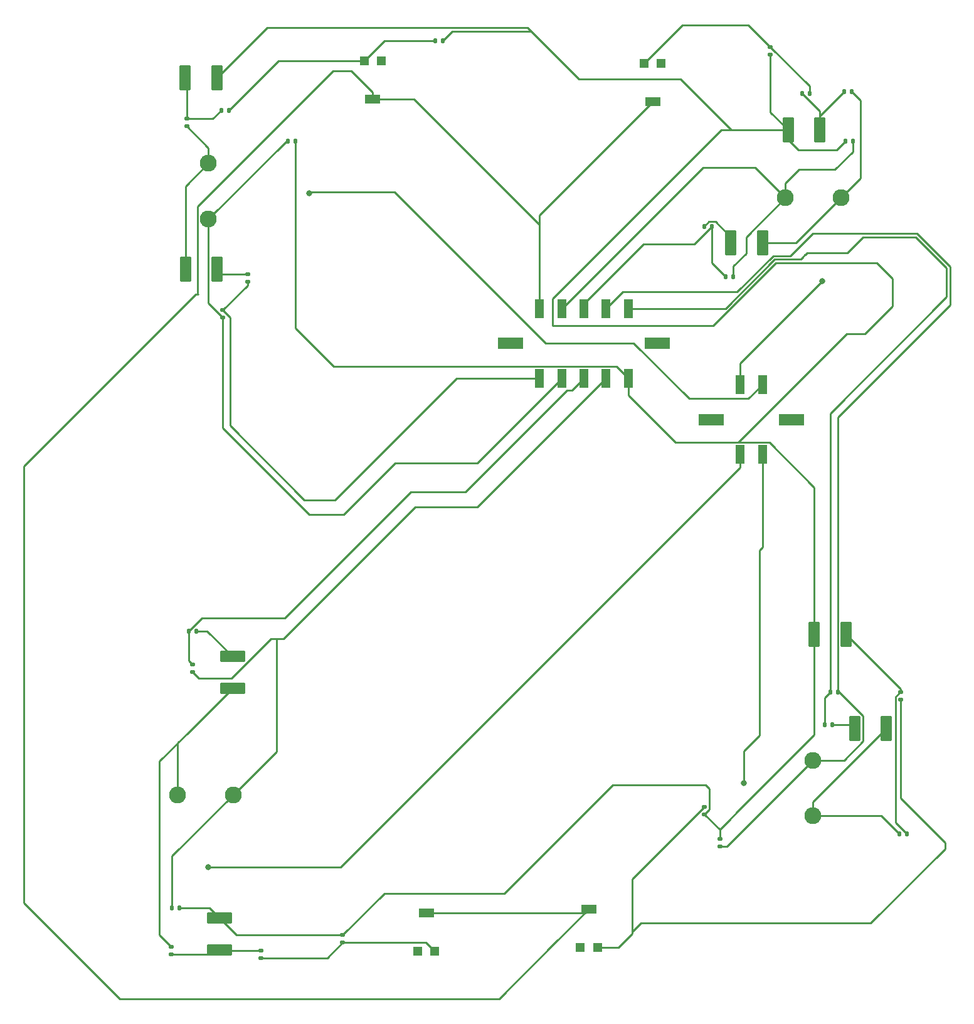
<source format=gbr>
%TF.GenerationSoftware,KiCad,Pcbnew,(6.0.10-0)*%
%TF.CreationDate,2023-04-17T19:00:21-04:00*%
%TF.ProjectId,my_anode,6d795f61-6e6f-4646-952e-6b696361645f,rev?*%
%TF.SameCoordinates,Original*%
%TF.FileFunction,Copper,L1,Top*%
%TF.FilePolarity,Positive*%
%FSLAX46Y46*%
G04 Gerber Fmt 4.6, Leading zero omitted, Abs format (unit mm)*
G04 Created by KiCad (PCBNEW (6.0.10-0)) date 2023-04-17 19:00:21*
%MOMM*%
%LPD*%
G01*
G04 APERTURE LIST*
G04 Aperture macros list*
%AMRoundRect*
0 Rectangle with rounded corners*
0 $1 Rounding radius*
0 $2 $3 $4 $5 $6 $7 $8 $9 X,Y pos of 4 corners*
0 Add a 4 corners polygon primitive as box body*
4,1,4,$2,$3,$4,$5,$6,$7,$8,$9,$2,$3,0*
0 Add four circle primitives for the rounded corners*
1,1,$1+$1,$2,$3*
1,1,$1+$1,$4,$5*
1,1,$1+$1,$6,$7*
1,1,$1+$1,$8,$9*
0 Add four rect primitives between the rounded corners*
20,1,$1+$1,$2,$3,$4,$5,0*
20,1,$1+$1,$4,$5,$6,$7,0*
20,1,$1+$1,$6,$7,$8,$9,0*
20,1,$1+$1,$8,$9,$2,$3,0*%
G04 Aperture macros list end*
%TA.AperFunction,SMDPad,CuDef*%
%ADD10RoundRect,0.135000X0.185000X-0.135000X0.185000X0.135000X-0.185000X0.135000X-0.185000X-0.135000X0*%
%TD*%
%TA.AperFunction,SMDPad,CuDef*%
%ADD11RoundRect,0.135000X-0.185000X0.135000X-0.185000X-0.135000X0.185000X-0.135000X0.185000X0.135000X0*%
%TD*%
%TA.AperFunction,SMDPad,CuDef*%
%ADD12RoundRect,0.250000X0.537500X1.450000X-0.537500X1.450000X-0.537500X-1.450000X0.537500X-1.450000X0*%
%TD*%
%TA.AperFunction,SMDPad,CuDef*%
%ADD13R,1.300000X1.300000*%
%TD*%
%TA.AperFunction,SMDPad,CuDef*%
%ADD14R,2.000000X1.300000*%
%TD*%
%TA.AperFunction,SMDPad,CuDef*%
%ADD15RoundRect,0.135000X-0.135000X-0.185000X0.135000X-0.185000X0.135000X0.185000X-0.135000X0.185000X0*%
%TD*%
%TA.AperFunction,SMDPad,CuDef*%
%ADD16RoundRect,0.135000X0.135000X0.185000X-0.135000X0.185000X-0.135000X-0.185000X0.135000X-0.185000X0*%
%TD*%
%TA.AperFunction,ComponentPad*%
%ADD17C,2.286000*%
%TD*%
%TA.AperFunction,SMDPad,CuDef*%
%ADD18RoundRect,0.250000X1.450000X-0.537500X1.450000X0.537500X-1.450000X0.537500X-1.450000X-0.537500X0*%
%TD*%
%TA.AperFunction,SMDPad,CuDef*%
%ADD19RoundRect,0.250000X-0.537500X-1.450000X0.537500X-1.450000X0.537500X1.450000X-0.537500X1.450000X0*%
%TD*%
%TA.AperFunction,SMDPad,CuDef*%
%ADD20RoundRect,0.250000X-1.450000X0.537500X-1.450000X-0.537500X1.450000X-0.537500X1.450000X0.537500X0*%
%TD*%
%TA.AperFunction,SMDPad,CuDef*%
%ADD21R,1.270000X2.540000*%
%TD*%
%TA.AperFunction,SMDPad,CuDef*%
%ADD22R,3.430001X1.650000*%
%TD*%
%TA.AperFunction,ViaPad*%
%ADD23C,0.800000*%
%TD*%
%TA.AperFunction,Conductor*%
%ADD24C,0.250000*%
%TD*%
G04 APERTURE END LIST*
D10*
%TO.P,R20,1*%
%TO.N,Net-(R20-Pad1)*%
X254660400Y-225249200D03*
%TO.P,R20,2*%
%TO.N,Net-(C8-Pad1)*%
X254660400Y-224229200D03*
%TD*%
D11*
%TO.P,R23,1*%
%TO.N,Net-(R5-Pad1)*%
X237083600Y-137183400D03*
%TO.P,R23,2*%
%TO.N,/1G1*%
X237083600Y-138203400D03*
%TD*%
%TO.P,R21,1*%
%TO.N,Net-(R20-Pad1)*%
X228193600Y-239723200D03*
%TO.P,R21,2*%
%TO.N,/1G1*%
X228193600Y-240743200D03*
%TD*%
D12*
%TO.P,C2,1*%
%TO.N,Net-(C2-Pad1)*%
X243763800Y-148427850D03*
%TO.P,C2,2*%
%TO.N,/1G1*%
X239488800Y-148427850D03*
%TD*%
D13*
%TO.P,R26,1*%
%TO.N,Net-(R10-Pad1)*%
X182263400Y-139081200D03*
D14*
%TO.P,R26,2*%
%TO.N,/B1*%
X183413400Y-144281200D03*
D13*
%TO.P,R26,3*%
%TO.N,N/C*%
X184563400Y-139081200D03*
%TD*%
%TO.P,R22,1*%
%TO.N,Net-(R20-Pad1)*%
X213748000Y-258733600D03*
D14*
%TO.P,R22,2*%
%TO.N,/B1*%
X212598000Y-253533600D03*
D13*
%TO.P,R22,3*%
%TO.N,N/C*%
X211448000Y-258733600D03*
%TD*%
D11*
%TO.P,R7,1*%
%TO.N,/S2*%
X163169600Y-172718000D03*
%TO.P,R7,2*%
%TO.N,/G2*%
X163169600Y-173738000D03*
%TD*%
D15*
%TO.P,R17,1*%
%TO.N,/S4*%
X245182200Y-224282000D03*
%TO.P,R17,2*%
%TO.N,/G4*%
X246202200Y-224282000D03*
%TD*%
D16*
%TO.P,R3,1*%
%TO.N,/G1*%
X248211800Y-149933200D03*
%TO.P,R3,2*%
%TO.N,/1G1*%
X247191800Y-149933200D03*
%TD*%
D17*
%TO.P,D1,1,K*%
%TO.N,Net-(C1-Pad2)*%
X246614000Y-157530800D03*
%TO.P,D1,2,A*%
%TO.N,/G1*%
X239114000Y-157530800D03*
%TD*%
D12*
%TO.P,C8,1*%
%TO.N,Net-(C8-Pad1)*%
X247298300Y-216509600D03*
%TO.P,C8,2*%
%TO.N,/1G1*%
X243023300Y-216509600D03*
%TD*%
D10*
%TO.P,R18,1*%
%TO.N,/G4*%
X230276400Y-245086600D03*
%TO.P,R18,2*%
%TO.N,/1G1*%
X230276400Y-244066600D03*
%TD*%
D17*
%TO.P,D3,1,K*%
%TO.N,Net-(C5-Pad2)*%
X157082800Y-238125000D03*
%TO.P,D3,2,A*%
%TO.N,/G3*%
X164582800Y-238125000D03*
%TD*%
D11*
%TO.P,R12,1*%
%TO.N,/S3*%
X159054800Y-220495400D03*
%TO.P,R12,2*%
%TO.N,/G3*%
X159054800Y-221515400D03*
%TD*%
D18*
%TO.P,C6,1*%
%TO.N,Net-(C6-Pad1)*%
X162763200Y-259058500D03*
%TO.P,C6,2*%
%TO.N,/1G1*%
X162763200Y-254783500D03*
%TD*%
D16*
%TO.P,R10,1*%
%TO.N,Net-(R10-Pad1)*%
X163969000Y-145780600D03*
%TO.P,R10,2*%
%TO.N,Net-(C4-Pad1)*%
X162949000Y-145780600D03*
%TD*%
D15*
%TO.P,R25,1*%
%TO.N,Net-(R10-Pad1)*%
X191869600Y-136347200D03*
%TO.P,R25,2*%
%TO.N,/1G1*%
X192889600Y-136347200D03*
%TD*%
D16*
%TO.P,R11,1*%
%TO.N,Net-(C5-Pad1)*%
X159588200Y-216052400D03*
%TO.P,R11,2*%
%TO.N,/S3*%
X158568200Y-216052400D03*
%TD*%
D10*
%TO.P,R14,1*%
%TO.N,Net-(C6-Pad1)*%
X156235400Y-259666200D03*
%TO.P,R14,2*%
%TO.N,Net-(C5-Pad2)*%
X156235400Y-258646200D03*
%TD*%
D19*
%TO.P,C1,1*%
%TO.N,Net-(C1-Pad1)*%
X231745700Y-163652200D03*
%TO.P,C1,2*%
%TO.N,Net-(C1-Pad2)*%
X236020700Y-163652200D03*
%TD*%
D15*
%TO.P,R2,1*%
%TO.N,/S1*%
X231036400Y-168224200D03*
%TO.P,R2,2*%
%TO.N,/G1*%
X232056400Y-168224200D03*
%TD*%
D20*
%TO.P,C5,1*%
%TO.N,Net-(C5-Pad1)*%
X164465000Y-219452100D03*
%TO.P,C5,2*%
%TO.N,Net-(C5-Pad2)*%
X164465000Y-223727100D03*
%TD*%
D19*
%TO.P,C4,1*%
%TO.N,Net-(C4-Pad1)*%
X158085700Y-141376400D03*
%TO.P,C4,2*%
%TO.N,/1G1*%
X162360700Y-141376400D03*
%TD*%
D13*
%TO.P,R28,1*%
%TO.N,Net-(R15-Pad1)*%
X191802400Y-259267000D03*
D14*
%TO.P,R28,2*%
%TO.N,/B1*%
X190652400Y-254067000D03*
D13*
%TO.P,R28,3*%
%TO.N,N/C*%
X189502400Y-259267000D03*
%TD*%
%TO.P,R24,1*%
%TO.N,Net-(R5-Pad1)*%
X220058600Y-139411400D03*
D14*
%TO.P,R24,2*%
%TO.N,/B1*%
X221208600Y-144611400D03*
D13*
%TO.P,R24,3*%
%TO.N,N/C*%
X222358600Y-139411400D03*
%TD*%
D16*
%TO.P,R19,1*%
%TO.N,Net-(C8-Pad1)*%
X255500600Y-243357400D03*
%TO.P,R19,2*%
%TO.N,Net-(C7-Pad2)*%
X254480600Y-243357400D03*
%TD*%
D17*
%TO.P,D4,1,K*%
%TO.N,Net-(C7-Pad2)*%
X242857000Y-240950600D03*
%TO.P,D4,2,A*%
%TO.N,/G4*%
X242857000Y-233450600D03*
%TD*%
%TO.P,D2,1,K*%
%TO.N,Net-(C3-Pad2)*%
X161239200Y-152917200D03*
%TO.P,D2,2,A*%
%TO.N,/G2*%
X161239200Y-160417200D03*
%TD*%
D15*
%TO.P,R1,1*%
%TO.N,Net-(C1-Pad1)*%
X228140800Y-161467800D03*
%TO.P,R1,2*%
%TO.N,/S1*%
X229160800Y-161467800D03*
%TD*%
D10*
%TO.P,R15,1*%
%TO.N,Net-(R15-Pad1)*%
X168300400Y-260125400D03*
%TO.P,R15,2*%
%TO.N,Net-(C6-Pad1)*%
X168300400Y-259105400D03*
%TD*%
D11*
%TO.P,R9,1*%
%TO.N,Net-(C4-Pad1)*%
X158318200Y-146911600D03*
%TO.P,R9,2*%
%TO.N,Net-(C3-Pad2)*%
X158318200Y-147931600D03*
%TD*%
D16*
%TO.P,R5,1*%
%TO.N,Net-(R5-Pad1)*%
X242394200Y-143484600D03*
%TO.P,R5,2*%
%TO.N,Net-(C2-Pad1)*%
X241374200Y-143484600D03*
%TD*%
D15*
%TO.P,R8,1*%
%TO.N,/G2*%
X171956000Y-149910800D03*
%TO.P,R8,2*%
%TO.N,/1G1*%
X172976000Y-149910800D03*
%TD*%
D11*
%TO.P,R6,1*%
%TO.N,Net-(C3-Pad1)*%
X166497000Y-167866600D03*
%TO.P,R6,2*%
%TO.N,/S2*%
X166497000Y-168886600D03*
%TD*%
D21*
%TO.P,J3,1,1*%
%TO.N,/1G1*%
X217912198Y-181915801D03*
%TO.P,J3,2,2*%
%TO.N,/G3*%
X214912199Y-181915801D03*
%TO.P,J3,3,3*%
%TO.N,/S3*%
X211912200Y-181915801D03*
%TO.P,J3,4,4*%
%TO.N,/G2*%
X208912201Y-181915801D03*
%TO.P,J3,5,5*%
%TO.N,/S2*%
X205912202Y-181915801D03*
%TO.P,J3,6,6*%
%TO.N,/S4*%
X217912198Y-172515802D03*
%TO.P,J3,7,7*%
%TO.N,/G4*%
X214912199Y-172515802D03*
%TO.P,J3,8,8*%
%TO.N,/S1*%
X211912200Y-172515802D03*
%TO.P,J3,9,9*%
%TO.N,/G1*%
X208912201Y-172515802D03*
%TO.P,J3,10,10*%
%TO.N,/B1*%
X205912202Y-172515802D03*
D22*
%TO.P,J3,S1,S1*%
%TO.N,unconnected-(J3-PadS1)*%
X221797176Y-177215800D03*
%TO.P,J3,S2,S2*%
%TO.N,unconnected-(J3-PadS2)*%
X202027224Y-177215800D03*
%TD*%
D21*
%TO.P,J4,1,1*%
%TO.N,Net-(J4-Pad1)*%
X233018200Y-182777399D03*
%TO.P,J4,2,2*%
%TO.N,Net-(J4-Pad2)*%
X236018200Y-182777399D03*
%TO.P,J4,3,3*%
%TO.N,Net-(J4-Pad3)*%
X233018200Y-192177398D03*
%TO.P,J4,4,4*%
%TO.N,Net-(J4-Pad4)*%
X236018200Y-192177398D03*
D22*
%TO.P,J4,S1,S1*%
%TO.N,unconnected-(J4-PadS1)*%
X229133215Y-187477400D03*
%TO.P,J4,S2,S2*%
%TO.N,unconnected-(J4-PadS2)*%
X239903185Y-187477400D03*
%TD*%
D15*
%TO.P,R13,1*%
%TO.N,/G3*%
X156309600Y-253415800D03*
%TO.P,R13,2*%
%TO.N,/1G1*%
X157329600Y-253415800D03*
%TD*%
D12*
%TO.P,C3,1*%
%TO.N,Net-(C3-Pad1)*%
X162386100Y-167233600D03*
%TO.P,C3,2*%
%TO.N,Net-(C3-Pad2)*%
X158111100Y-167233600D03*
%TD*%
D16*
%TO.P,R16,1*%
%TO.N,Net-(C7-Pad1)*%
X245442200Y-228650800D03*
%TO.P,R16,2*%
%TO.N,/S4*%
X244422200Y-228650800D03*
%TD*%
D10*
%TO.P,R27,1*%
%TO.N,Net-(R15-Pad1)*%
X179349400Y-258066000D03*
%TO.P,R27,2*%
%TO.N,/1G1*%
X179349400Y-257046000D03*
%TD*%
D15*
%TO.P,R4,1*%
%TO.N,Net-(C2-Pad1)*%
X247062800Y-143227600D03*
%TO.P,R4,2*%
%TO.N,Net-(C1-Pad2)*%
X248082800Y-143227600D03*
%TD*%
D19*
%TO.P,C7,1*%
%TO.N,Net-(C7-Pad1)*%
X248458900Y-229184200D03*
%TO.P,C7,2*%
%TO.N,Net-(C7-Pad2)*%
X252733900Y-229184200D03*
%TD*%
D23*
%TO.N,Net-(J4-Pad1)*%
X244119400Y-168783000D03*
%TO.N,Net-(J4-Pad2)*%
X174819799Y-156912799D03*
%TO.N,Net-(J4-Pad3)*%
X161188400Y-247853200D03*
%TO.N,Net-(J4-Pad4)*%
X233476800Y-236550200D03*
%TD*%
D24*
%TO.N,Net-(C1-Pad1)*%
X231745700Y-162852900D02*
X229696200Y-160803400D01*
X231745700Y-163652200D02*
X231745700Y-162852900D01*
X228140800Y-161467800D02*
X228805200Y-160803400D01*
X228805200Y-160803400D02*
X229696200Y-160803400D01*
%TO.N,Net-(C1-Pad2)*%
X249250200Y-144830800D02*
X249250200Y-144395000D01*
X249250200Y-154894600D02*
X249250200Y-144830800D01*
X236020700Y-163652200D02*
X240492600Y-163652200D01*
X240492600Y-163652200D02*
X246614000Y-157530800D01*
X249250200Y-144395000D02*
X248082800Y-143227600D01*
X246614000Y-157530800D02*
X249250200Y-154894600D01*
%TO.N,Net-(C2-Pad1)*%
X243763800Y-145874200D02*
X241374200Y-143484600D01*
X243763800Y-148427850D02*
X243763800Y-145874200D01*
X243763800Y-148427850D02*
X243763800Y-146526600D01*
X243763800Y-146526600D02*
X247062800Y-143227600D01*
%TO.N,Net-(C3-Pad1)*%
X162386100Y-167233600D02*
X163019100Y-167866600D01*
X163019100Y-167866600D02*
X166497000Y-167866600D01*
%TO.N,Net-(C3-Pad2)*%
X158111100Y-156045300D02*
X158111100Y-167233600D01*
X161239200Y-150852600D02*
X158318200Y-147931600D01*
X161239200Y-152917200D02*
X161239200Y-150852600D01*
X158246600Y-155909800D02*
X158111100Y-156045300D01*
X158246600Y-155909800D02*
X161239200Y-152917200D01*
%TO.N,Net-(C4-Pad1)*%
X158318200Y-141608900D02*
X158085700Y-141376400D01*
X158318200Y-146911600D02*
X161818000Y-146911600D01*
X161818000Y-146911600D02*
X162949000Y-145780600D01*
X158318200Y-146911600D02*
X158318200Y-141608900D01*
%TO.N,Net-(C5-Pad1)*%
X161065300Y-216052400D02*
X164465000Y-219452100D01*
X159588200Y-216052400D02*
X161065300Y-216052400D01*
%TO.N,Net-(C5-Pad2)*%
X154584400Y-256995200D02*
X154584400Y-235610400D01*
X158790050Y-229402050D02*
X164465000Y-223727100D01*
X157082800Y-238125000D02*
X157082800Y-231109300D01*
X154584400Y-235610400D02*
X154584400Y-233607700D01*
X157082800Y-231109300D02*
X158790050Y-229402050D01*
X154584400Y-233607700D02*
X158790050Y-229402050D01*
X156235400Y-258646200D02*
X154584400Y-256995200D01*
%TO.N,Net-(C6-Pad1)*%
X162763200Y-259058500D02*
X162810100Y-259105400D01*
X162810100Y-259105400D02*
X168300400Y-259105400D01*
X162155500Y-259666200D02*
X162763200Y-259058500D01*
X156235400Y-259666200D02*
X162155500Y-259666200D01*
%TO.N,Net-(C7-Pad1)*%
X245442200Y-228650800D02*
X247925500Y-228650800D01*
X247925500Y-228650800D02*
X248458900Y-229184200D01*
%TO.N,Net-(C7-Pad2)*%
X242857000Y-240950600D02*
X252073800Y-240950600D01*
X242857000Y-239061100D02*
X242857000Y-240950600D01*
X252733900Y-229184200D02*
X242857000Y-239061100D01*
X252073800Y-240950600D02*
X254480600Y-243357400D01*
%TO.N,Net-(C8-Pad1)*%
X254015400Y-224874200D02*
X254015400Y-241872200D01*
X254015400Y-241872200D02*
X255500600Y-243357400D01*
X254660400Y-224229200D02*
X254660400Y-223871700D01*
X254660400Y-223871700D02*
X247298300Y-216509600D01*
X254660400Y-224229200D02*
X254015400Y-224874200D01*
%TO.N,/1G1*%
X217912198Y-181915801D02*
X216317198Y-180320801D01*
X232734002Y-190582398D02*
X247370600Y-175945800D01*
X229362000Y-174802800D02*
X207695800Y-174802800D01*
X224288198Y-190582398D02*
X217912198Y-184206398D01*
X169167900Y-134569200D02*
X185775600Y-134569200D01*
X245995000Y-151130000D02*
X240842800Y-151130000D01*
X251434600Y-166319200D02*
X237845600Y-166319200D01*
X228193600Y-240743200D02*
X230276400Y-242826000D01*
X217912198Y-184206398D02*
X217912198Y-181915801D01*
X204317600Y-134569200D02*
X185775600Y-134569200D01*
X157329600Y-253415800D02*
X161395500Y-253415800D01*
X216317198Y-180320801D02*
X178174799Y-180320801D01*
X228838600Y-237296800D02*
X228346000Y-236804200D01*
X172976000Y-149910800D02*
X172976000Y-175122002D01*
X247191800Y-149933200D02*
X245995000Y-151130000D01*
X161395500Y-253415800D02*
X162763200Y-254783500D01*
X224917000Y-141503400D02*
X211251800Y-141503400D01*
X204838300Y-135089900D02*
X204317600Y-134569200D01*
X162360700Y-141376400D02*
X169167900Y-134569200D01*
X215773000Y-236804200D02*
X201168000Y-251409200D01*
X228346000Y-236804200D02*
X215773000Y-236804200D01*
X240842800Y-151130000D02*
X239488800Y-149776000D01*
X230276400Y-242826000D02*
X230276400Y-243103400D01*
X165025700Y-257046000D02*
X162763200Y-254783500D01*
X231841450Y-148427850D02*
X224917000Y-141503400D01*
X232734002Y-190582398D02*
X224288198Y-190582398D01*
X249809000Y-175945800D02*
X253593600Y-172161200D01*
X243023300Y-196627498D02*
X236978200Y-190582398D01*
X230276400Y-244066600D02*
X230276400Y-243103400D01*
X247370600Y-175945800D02*
X249809000Y-175945800D01*
X237845600Y-166319200D02*
X229362000Y-174802800D01*
X239488800Y-149776000D02*
X239488800Y-148427850D01*
X231575802Y-241507202D02*
X232782302Y-240300702D01*
X201168000Y-251409200D02*
X184986200Y-251409200D01*
X236978200Y-190582398D02*
X232734002Y-190582398D01*
X207695800Y-174802800D02*
X207695800Y-171177203D01*
X211251800Y-141503400D02*
X204838300Y-135089900D01*
X230276400Y-242806604D02*
X232782302Y-240300702D01*
X239488800Y-148427850D02*
X232501850Y-148427850D01*
X184986200Y-251409200D02*
X179349400Y-257046000D01*
X194146900Y-135089900D02*
X192889600Y-136347200D01*
X237083600Y-138203400D02*
X237083600Y-146022650D01*
X237083600Y-146022650D02*
X239488800Y-148427850D01*
X204838300Y-135089900D02*
X194146900Y-135089900D01*
X230276400Y-243103400D02*
X230276400Y-242806604D01*
X232501850Y-148427850D02*
X231841450Y-148427850D01*
X179349400Y-257046000D02*
X165025700Y-257046000D01*
X207695800Y-171177203D02*
X230445153Y-148427850D01*
X243023300Y-216509600D02*
X243023300Y-196627498D01*
X228193600Y-240743200D02*
X228838600Y-240098200D01*
X232782302Y-240300702D02*
X243023300Y-230059704D01*
X228838600Y-240098200D02*
X228838600Y-237296800D01*
X253593600Y-172161200D02*
X253593600Y-168478200D01*
X230425104Y-242657900D02*
X231575802Y-241507202D01*
X172976000Y-175122002D02*
X178174799Y-180320801D01*
X230445153Y-148427850D02*
X232501850Y-148427850D01*
X243023300Y-230059704D02*
X243023300Y-216509600D01*
X253593600Y-168478200D02*
X251434600Y-166319200D01*
%TO.N,/G1*%
X242544600Y-153771600D02*
X242548000Y-153775000D01*
X233809000Y-165047200D02*
X233809000Y-162835800D01*
X248211800Y-151330200D02*
X248211800Y-149933200D01*
X232056400Y-166799800D02*
X233809000Y-165047200D01*
X240944400Y-153771600D02*
X239114000Y-155602000D01*
X227985803Y-153442200D02*
X235025400Y-153442200D01*
X235025400Y-153442200D02*
X239114000Y-157530800D01*
X240944400Y-153771600D02*
X242544600Y-153771600D01*
X232056400Y-168224200D02*
X232056400Y-166799800D01*
X208912201Y-172515802D02*
X227985803Y-153442200D01*
X233809000Y-162835800D02*
X239114000Y-157530800D01*
X242548000Y-153775000D02*
X245767000Y-153775000D01*
X245767000Y-153775000D02*
X248211800Y-151330200D01*
X239114000Y-155602000D02*
X239114000Y-157530800D01*
%TO.N,/B1*%
X207848200Y-258241800D02*
X200456800Y-265633200D01*
X149250400Y-265633200D02*
X136347200Y-252730000D01*
X190652400Y-254067000D02*
X212064600Y-254067000D01*
X183413400Y-144281200D02*
X183413400Y-143332200D01*
X205912202Y-172515802D02*
X205912202Y-161208202D01*
X159771200Y-170515400D02*
X159816800Y-170561000D01*
X180543200Y-140462000D02*
X178028600Y-140462000D01*
X205912202Y-159907798D02*
X205912202Y-172515802D01*
X205912202Y-161208202D02*
X188985200Y-144281200D01*
X188985200Y-144281200D02*
X183413400Y-144281200D01*
X159816800Y-170561000D02*
X159537400Y-170561000D01*
X136347200Y-193751200D02*
X147599400Y-182499000D01*
X221208600Y-144611400D02*
X205912202Y-159907798D01*
X212598000Y-253533600D02*
X212556400Y-253533600D01*
X212064600Y-254067000D02*
X212598000Y-253533600D01*
X147599400Y-182499000D02*
X153606500Y-176491900D01*
X212556400Y-253533600D02*
X207848200Y-258241800D01*
X200456800Y-265633200D02*
X149250400Y-265633200D01*
X178028600Y-140462000D02*
X159771200Y-158719400D01*
X159771200Y-158719400D02*
X159771200Y-170515400D01*
X159537400Y-170561000D02*
X153606500Y-176491900D01*
X136347200Y-252730000D02*
X136347200Y-207492600D01*
X136347200Y-207492600D02*
X136347200Y-193751200D01*
X183413400Y-143332200D02*
X180543200Y-140462000D01*
%TO.N,/S1*%
X229160800Y-165860000D02*
X229160800Y-166348600D01*
X225309320Y-163815920D02*
X226812680Y-163815920D01*
X229160800Y-166348600D02*
X231036400Y-168224200D01*
X211912200Y-171880802D02*
X219977082Y-163815920D01*
X219977082Y-163815920D02*
X225309320Y-163815920D01*
X229160800Y-161467800D02*
X229160800Y-165860000D01*
X226812680Y-163815920D02*
X229160800Y-161467800D01*
X211912200Y-172515802D02*
X211912200Y-171880802D01*
%TO.N,/S2*%
X164134800Y-173683200D02*
X163169600Y-172718000D01*
X194740799Y-181915801D02*
X178308000Y-198348600D01*
X178308000Y-198348600D02*
X174193200Y-198348600D01*
X166497000Y-169390600D02*
X166497000Y-168886600D01*
X164134800Y-188290200D02*
X164134800Y-173683200D01*
X205912202Y-181915801D02*
X194740799Y-181915801D01*
X163169600Y-172718000D02*
X166497000Y-169390600D01*
X174193200Y-198348600D02*
X164134800Y-188290200D01*
%TO.N,/S3*%
X211912200Y-181915801D02*
X210317200Y-183510801D01*
X159054800Y-220495400D02*
X158568200Y-220008800D01*
X171526200Y-214274400D02*
X160346200Y-214274400D01*
X188569600Y-197231000D02*
X171526200Y-214274400D01*
X158568200Y-220008800D02*
X158568200Y-216052400D01*
X210317200Y-183510801D02*
X209630399Y-183510801D01*
X160346200Y-214274400D02*
X158568200Y-216052400D01*
X195910200Y-197231000D02*
X188569600Y-197231000D01*
X209630399Y-183510801D02*
X195910200Y-197231000D01*
%TO.N,/S4*%
X247446455Y-164972655D02*
X249579710Y-162839400D01*
X260883400Y-167005000D02*
X260883400Y-170942000D01*
X231013308Y-172515802D02*
X237659411Y-165869699D01*
X241723411Y-165285499D02*
X241774211Y-165285499D01*
X241460099Y-165548811D02*
X241723411Y-165285499D01*
X244422200Y-225042000D02*
X245182200Y-224282000D01*
X256717800Y-162839400D02*
X260883400Y-167005000D01*
X242087055Y-164972655D02*
X247446455Y-164972655D01*
X217912198Y-172515802D02*
X231013308Y-172515802D01*
X249579710Y-162839400D02*
X256717800Y-162839400D01*
X245182200Y-186643200D02*
X245182200Y-224282000D01*
X241190011Y-165869699D02*
X241460099Y-165599611D01*
X260883400Y-170942000D02*
X245182200Y-186643200D01*
X244422200Y-228650800D02*
X244422200Y-225042000D01*
X241460099Y-165599611D02*
X241460099Y-165548811D01*
X241774211Y-165285499D02*
X242087055Y-164972655D01*
X237659411Y-165869699D02*
X241190011Y-165869699D01*
%TO.N,/G2*%
X171745600Y-149910800D02*
X171956000Y-149910800D01*
X161239200Y-160417200D02*
X171745600Y-149910800D01*
X197508602Y-193319400D02*
X186461400Y-193319400D01*
X163169600Y-173738000D02*
X161239200Y-171807600D01*
X179501800Y-200279000D02*
X174827510Y-200279000D01*
X186461400Y-193319400D02*
X179501800Y-200279000D01*
X208912201Y-181915801D02*
X197508602Y-193319400D01*
X163169600Y-188621090D02*
X163169600Y-173738000D01*
X161239200Y-171807600D02*
X161239200Y-160417200D01*
X174827510Y-200279000D02*
X163169600Y-188621090D01*
%TO.N,/G3*%
X189142487Y-199302487D02*
X197525513Y-199302487D01*
X169660687Y-217057087D02*
X164301287Y-222416487D01*
X159054800Y-221515400D02*
X159955887Y-222416487D01*
X197525513Y-199302487D02*
X214912199Y-181915801D01*
X170448087Y-217057087D02*
X169660687Y-217057087D01*
X189142487Y-199302487D02*
X171387887Y-217057087D01*
X170408600Y-223647000D02*
X170448087Y-223607513D01*
X170408600Y-232299200D02*
X170408600Y-223647000D01*
X164582800Y-238125000D02*
X170408600Y-232299200D01*
X156309600Y-246398200D02*
X164582800Y-238125000D01*
X170448087Y-217057087D02*
X170448087Y-223607513D01*
X156309600Y-253415800D02*
X156309600Y-246398200D01*
X159955887Y-222416487D02*
X164301287Y-222416487D01*
X171387887Y-217057087D02*
X170448087Y-217057087D01*
%TO.N,/G4*%
X217147091Y-170280910D02*
X232612510Y-170280910D01*
X242789521Y-162389899D02*
X256903989Y-162389899D01*
X256903989Y-162389899D02*
X261332901Y-166818811D01*
X237473222Y-165420198D02*
X239759222Y-165420198D01*
X261332901Y-166818811D02*
X261332901Y-172017189D01*
X232612510Y-170280910D02*
X237473222Y-165420198D01*
X230276400Y-245086600D02*
X231221000Y-245086600D01*
X247015800Y-233450600D02*
X242857000Y-233450600D01*
X249571400Y-227496027D02*
X249571400Y-230895000D01*
X261332901Y-172017189D02*
X246185800Y-187164290D01*
X231221000Y-245086600D02*
X242857000Y-233450600D01*
X246185800Y-224265600D02*
X246202200Y-224282000D01*
X246357373Y-224282000D02*
X249571400Y-227496027D01*
X239759222Y-165420198D02*
X242789521Y-162389899D01*
X249571400Y-230895000D02*
X247015800Y-233450600D01*
X246202200Y-224282000D02*
X246357373Y-224282000D01*
X214912199Y-172515802D02*
X217147091Y-170280910D01*
X246185800Y-187164290D02*
X246185800Y-224265600D01*
%TO.N,Net-(J4-Pad1)*%
X233018200Y-182777399D02*
X233018200Y-179884200D01*
X233018200Y-179884200D02*
X244119400Y-168783000D01*
%TO.N,Net-(J4-Pad2)*%
X186385200Y-156794200D02*
X175285400Y-156794200D01*
X234124700Y-184670900D02*
X236018200Y-182777399D01*
X175285400Y-156794200D02*
X174938398Y-156794200D01*
X234124700Y-184670900D02*
X228155300Y-184670900D01*
X228155300Y-184670900D02*
X226120076Y-184670900D01*
X206781400Y-177190400D02*
X186385200Y-156794200D01*
X174938398Y-156794200D02*
X174819799Y-156912799D01*
X218639576Y-177190400D02*
X206781400Y-177190400D01*
X226120076Y-184670900D02*
X218639576Y-177190400D01*
%TO.N,Net-(J4-Pad3)*%
X161163000Y-247904000D02*
X179044600Y-247904000D01*
X233018200Y-193930400D02*
X233018200Y-192177398D01*
X161163000Y-247904000D02*
X161163000Y-247878600D01*
X161163000Y-247878600D02*
X161188400Y-247853200D01*
X179044600Y-247904000D02*
X233018200Y-193930400D01*
%TO.N,Net-(J4-Pad4)*%
X235586400Y-230071800D02*
X233476800Y-232181400D01*
X236018200Y-192177398D02*
X236018200Y-204671800D01*
X233476800Y-236601000D02*
X233476800Y-232181400D01*
X235586400Y-205103600D02*
X235586400Y-230071800D01*
X233476800Y-236601000D02*
X233476800Y-236550200D01*
X236018200Y-204671800D02*
X235586400Y-205103600D01*
%TO.N,Net-(R5-Pad1)*%
X242394200Y-142494000D02*
X242394200Y-143484600D01*
X234139200Y-134239000D02*
X237083600Y-137183400D01*
X220058600Y-139411400D02*
X225231000Y-134239000D01*
X237083600Y-137183400D02*
X242394200Y-142494000D01*
X225231000Y-134239000D02*
X234139200Y-134239000D01*
%TO.N,Net-(R10-Pad1)*%
X163969000Y-145780600D02*
X170668400Y-139081200D01*
X170668400Y-139081200D02*
X182263400Y-139081200D01*
X184997400Y-136347200D02*
X182263400Y-139081200D01*
X191869600Y-136347200D02*
X184997400Y-136347200D01*
%TO.N,Net-(R15-Pad1)*%
X168300400Y-260125400D02*
X177290000Y-260125400D01*
X190601400Y-258066000D02*
X191802400Y-259267000D01*
X177290000Y-260125400D02*
X179349400Y-258066000D01*
X179349400Y-258066000D02*
X190601400Y-258066000D01*
%TO.N,Net-(R20-Pad1)*%
X218440000Y-256870200D02*
X216576600Y-258733600D01*
X254660400Y-238582200D02*
X260654800Y-244576600D01*
X218440000Y-256565400D02*
X218440000Y-256870200D01*
X254660400Y-225249200D02*
X254660400Y-238582200D01*
X228193600Y-239723200D02*
X218440000Y-249476800D01*
X218440000Y-249476800D02*
X218440000Y-256565400D01*
X260654800Y-244576600D02*
X260654800Y-245389400D01*
X216576600Y-258733600D02*
X213748000Y-258733600D01*
X219608400Y-255397000D02*
X218440000Y-256565400D01*
X260654800Y-245389400D02*
X250647200Y-255397000D01*
X250647200Y-255397000D02*
X219608400Y-255397000D01*
%TD*%
M02*

</source>
